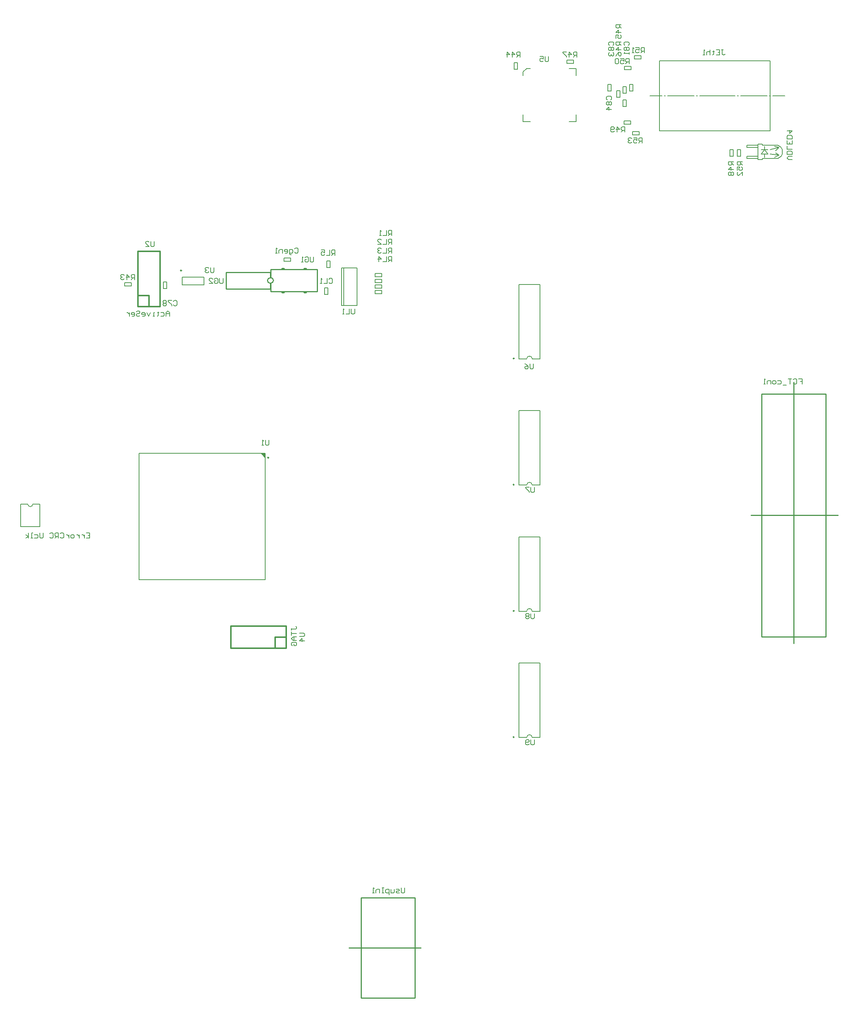
<source format=gbo>
%FSAX43Y43*%
%MOMM*%
G71*
G01*
G75*
G04 Layer_Color=32896*
%ADD10C,0.175*%
%ADD11O,0.305X1.016*%
%ADD12O,0.813X0.305*%
%ADD13R,0.762X2.540*%
%ADD14R,5.000X6.000*%
%ADD15O,1.016X0.305*%
%ADD16O,0.305X0.813*%
%ADD17R,3.048X3.048*%
%ADD18R,2.540X0.762*%
%ADD19R,6.000X5.000*%
%ADD20R,3.048X3.048*%
%ADD21O,0.508X1.016*%
%ADD22O,1.524X0.508*%
%ADD23O,1.016X0.508*%
%ADD24O,0.508X1.524*%
%ADD25O,2.100X6.000*%
%ADD26O,2.100X6.000*%
%ADD27C,0.150*%
%ADD28C,0.200*%
%ADD29C,0.120*%
%ADD30C,0.508*%
%ADD31C,1.524*%
%ADD32C,0.500*%
%ADD33C,1.000*%
%ADD34C,0.254*%
%ADD35C,1.160*%
%ADD36C,1.016*%
%ADD37C,0.400*%
%ADD38C,0.300*%
%ADD39C,0.305*%
%ADD40C,1.850*%
%ADD41R,1.850X1.850*%
%ADD42R,1.850X1.850*%
%ADD43C,4.000*%
%ADD44C,1.422*%
%ADD45C,2.438*%
%ADD46C,1.524*%
%ADD47C,3.000*%
%ADD48C,2.500*%
%ADD49C,1.575*%
%ADD50R,1.575X1.575*%
%ADD51R,1.575X1.575*%
%ADD52C,0.500*%
%ADD53C,1.300*%
%ADD54C,1.000*%
%ADD55C,1.200*%
%ADD56C,1.270*%
%ADD57C,0.600*%
%ADD58C,0.900*%
%ADD59C,2.000*%
G04:AMPARAMS|DCode=60|XSize=1.85mm|YSize=1.85mm|CornerRadius=0mm|HoleSize=0mm|Usage=FLASHONLY|Rotation=0.000|XOffset=0mm|YOffset=0mm|HoleType=Round|Shape=Relief|Width=0.175mm|Gap=0.2mm|Entries=4|*
%AMTHD60*
7,0,0,1.850,1.450,0.175,45*
%
%ADD60THD60*%
%ADD61C,3.400*%
%ADD62C,1.213*%
G04:AMPARAMS|DCode=63|XSize=2.0708mm|YSize=2.0708mm|CornerRadius=0mm|HoleSize=0mm|Usage=FLASHONLY|Rotation=0.000|XOffset=0mm|YOffset=0mm|HoleType=Round|Shape=Relief|Width=0.175mm|Gap=0.2mm|Entries=4|*
%AMTHD63*
7,0,0,2.071,1.671,0.175,45*
%
%ADD63THD63*%
%ADD64C,1.721*%
G04:AMPARAMS|DCode=65|XSize=1.65mm|YSize=1.65mm|CornerRadius=0mm|HoleSize=0mm|Usage=FLASHONLY|Rotation=0.000|XOffset=0mm|YOffset=0mm|HoleType=Round|Shape=Relief|Width=0.175mm|Gap=0.2mm|Entries=4|*
%AMTHD65*
7,0,0,1.650,1.250,0.175,45*
%
%ADD65THD65*%
%ADD66C,2.700*%
%ADD67C,2.200*%
G04:AMPARAMS|DCode=68|XSize=2.55mm|YSize=2.55mm|CornerRadius=0mm|HoleSize=0mm|Usage=FLASHONLY|Rotation=0.000|XOffset=0mm|YOffset=0mm|HoleType=Round|Shape=Relief|Width=0.175mm|Gap=0.2mm|Entries=4|*
%AMTHD68*
7,0,0,2.550,2.150,0.175,45*
%
%ADD68THD68*%
%ADD69C,1.416*%
G04:AMPARAMS|DCode=70|XSize=1.766mm|YSize=1.766mm|CornerRadius=0mm|HoleSize=0mm|Usage=FLASHONLY|Rotation=0.000|XOffset=0mm|YOffset=0mm|HoleType=Round|Shape=Relief|Width=0.175mm|Gap=0.2mm|Entries=4|*
%AMTHD70*
7,0,0,1.766,1.366,0.175,45*
%
%ADD70THD70*%
G04:AMPARAMS|DCode=71|XSize=1.5628mm|YSize=1.5628mm|CornerRadius=0mm|HoleSize=0mm|Usage=FLASHONLY|Rotation=0.000|XOffset=0mm|YOffset=0mm|HoleType=Round|Shape=Relief|Width=0.175mm|Gap=0.2mm|Entries=4|*
%AMTHD71*
7,0,0,1.563,1.163,0.175,45*
%
%ADD71THD71*%
%ADD72C,0.650*%
%ADD73C,0.700*%
G04:AMPARAMS|DCode=74|XSize=1mm|YSize=1mm|CornerRadius=0mm|HoleSize=0mm|Usage=FLASHONLY|Rotation=0.000|XOffset=0mm|YOffset=0mm|HoleType=Round|Shape=Relief|Width=0.175mm|Gap=0.2mm|Entries=4|*
%AMTHD74*
7,0,0,1.000,0.600,0.175,45*
%
%ADD74THD74*%
G04:AMPARAMS|DCode=75|XSize=1.05mm|YSize=1.05mm|CornerRadius=0mm|HoleSize=0mm|Usage=FLASHONLY|Rotation=0.000|XOffset=0mm|YOffset=0mm|HoleType=Round|Shape=Relief|Width=0.175mm|Gap=0.2mm|Entries=4|*
%AMTHD75*
7,0,0,1.050,0.650,0.175,45*
%
%ADD75THD75*%
%ADD76C,1.100*%
%ADD77C,1.111*%
G04:AMPARAMS|DCode=78|XSize=1.4612mm|YSize=1.4612mm|CornerRadius=0mm|HoleSize=0mm|Usage=FLASHONLY|Rotation=0.000|XOffset=0mm|YOffset=0mm|HoleType=Round|Shape=Relief|Width=0.175mm|Gap=0.2mm|Entries=4|*
%AMTHD78*
7,0,0,1.461,1.061,0.175,45*
%
%ADD78THD78*%
G04:AMPARAMS|DCode=79|XSize=1.45mm|YSize=1.45mm|CornerRadius=0mm|HoleSize=0mm|Usage=FLASHONLY|Rotation=0.000|XOffset=0mm|YOffset=0mm|HoleType=Round|Shape=Relief|Width=0.175mm|Gap=0.2mm|Entries=4|*
%AMTHD79*
7,0,0,1.450,1.050,0.175,45*
%
%ADD79THD79*%
%ADD80C,0.900*%
%ADD81C,1.670*%
%ADD82C,1.000*%
%ADD83O,1.270X0.762*%
%ADD84R,1.270X0.762*%
%ADD85O,0.508X1.778*%
%ADD86R,0.508X1.778*%
%ADD87R,1.270X2.108*%
G04:AMPARAMS|DCode=88|XSize=2.108mm|YSize=1.27mm|CornerRadius=0mm|HoleSize=0mm|Usage=FLASHONLY|Rotation=270.000|XOffset=0mm|YOffset=0mm|HoleType=Round|Shape=Octagon|*
%AMOCTAGOND88*
4,1,8,-0.318,-1.054,0.318,-1.054,0.635,-0.737,0.635,0.737,0.318,1.054,-0.318,1.054,-0.635,0.737,-0.635,-0.737,-0.318,-1.054,0.0*
%
%ADD88OCTAGOND88*%

%ADD89O,0.600X2.200*%
%ADD90R,0.250X1.600*%
%ADD91O,0.250X1.600*%
%ADD92O,1.600X0.250*%
%ADD93R,4.600X0.610*%
%ADD94R,4.600X0.810*%
%ADD95R,1.650X0.300*%
%ADD96O,1.778X0.381*%
%ADD97R,1.778X0.381*%
%ADD98C,0.250*%
%ADD99C,0.203*%
%ADD100O,0.508X1.219*%
%ADD101R,0.965X2.743*%
%ADD102R,5.203X6.203*%
%ADD103O,1.219X0.508*%
%ADD104R,3.251X3.251*%
%ADD105R,2.743X0.965*%
%ADD106R,6.203X5.203*%
%ADD107R,3.251X3.251*%
%ADD108O,0.711X1.219*%
%ADD109O,1.727X0.711*%
%ADD110O,1.219X0.711*%
%ADD111O,0.711X1.727*%
%ADD112O,2.303X6.203*%
%ADD113O,2.303X6.203*%
%ADD114C,2.053*%
%ADD115R,2.053X2.053*%
%ADD116R,2.053X2.053*%
%ADD117C,0.203*%
%ADD118C,4.203*%
%ADD119C,1.626*%
%ADD120C,2.642*%
%ADD121C,1.727*%
%ADD122C,3.203*%
%ADD123C,2.703*%
%ADD124C,1.778*%
%ADD125R,1.778X1.778*%
%ADD126R,1.778X1.778*%
%ADD127C,0.703*%
%ADD128C,1.503*%
%ADD129C,1.203*%
%ADD130C,1.403*%
%ADD131C,1.473*%
%ADD132C,0.803*%
%ADD133C,2.203*%
%ADD134C,2.500*%
%ADD135O,1.473X0.965*%
%ADD136R,1.473X0.965*%
%ADD137O,0.711X1.981*%
%ADD138R,0.711X1.981*%
%ADD139R,1.473X2.311*%
G04:AMPARAMS|DCode=140|XSize=2.311mm|YSize=1.473mm|CornerRadius=0mm|HoleSize=0mm|Usage=FLASHONLY|Rotation=270.000|XOffset=0mm|YOffset=0mm|HoleType=Round|Shape=Octagon|*
%AMOCTAGOND140*
4,1,8,-0.368,-1.156,0.368,-1.156,0.737,-0.787,0.737,0.787,0.368,1.156,-0.368,1.156,-0.737,0.787,-0.737,-0.787,-0.368,-1.156,0.0*
%
%ADD140OCTAGOND140*%

%ADD141O,0.803X2.403*%
%ADD142R,0.453X1.803*%
%ADD143O,0.453X1.803*%
%ADD144O,1.803X0.453*%
%ADD145R,4.803X0.813*%
%ADD146R,4.803X1.013*%
%ADD147R,1.853X0.503*%
%ADD148O,1.981X0.584*%
%ADD149R,1.981X0.584*%
%ADD150C,1.103*%
%ADD151C,0.127*%
G36*
X0264500Y0168500D02*
X0263500Y0169500D01*
X0264500D01*
Y0168500D01*
D02*
G37*
G54D28*
X0325760Y0191200D02*
G03*
X0324490Y0191200I-0000635J0000000D01*
G01*
X0325760Y0162200D02*
G03*
X0324490Y0162200I-0000635J0000000D01*
G01*
X0325760Y0133200D02*
G03*
X0324490Y0133200I-0000635J0000000D01*
G01*
X0325760Y0104200D02*
G03*
X0324490Y0104200I-0000635J0000000D01*
G01*
X0263500Y0169500D02*
X0264500Y0168500D01*
Y0140500D02*
Y0169500D01*
X0235500Y0140500D02*
Y0169500D01*
X0264500D01*
X0235500Y0140500D02*
X0264500D01*
X0250405Y0208200D02*
Y0210000D01*
X0245405Y0208200D02*
Y0210000D01*
Y0208200D02*
X0250405D01*
X0245405Y0210000D02*
X0250405D01*
X0323650Y0245700D02*
Y0247350D01*
Y0245700D02*
X0325300D01*
X0334200D02*
X0335850D01*
Y0247350D01*
Y0256250D02*
Y0257900D01*
X0334200D02*
X0335850D01*
X0324450D02*
X0325300D01*
X0323650Y0257100D02*
X0324450Y0257900D01*
X0323650Y0256250D02*
Y0257100D01*
X0322725Y0191200D02*
X0324490D01*
X0325760D02*
X0327525D01*
X0322725Y0208300D02*
X0327525D01*
X0322725Y0191200D02*
Y0208300D01*
X0327525Y0191200D02*
Y0208300D01*
X0322725Y0162200D02*
X0324490D01*
X0325760D02*
X0327525D01*
X0322725Y0179300D02*
X0327525D01*
X0322725Y0162200D02*
Y0179300D01*
X0327525Y0162200D02*
Y0179300D01*
X0322725Y0133200D02*
X0324490D01*
X0325760D02*
X0327525D01*
X0322725Y0150300D02*
X0327525D01*
X0322725Y0133200D02*
Y0150300D01*
X0327525Y0133200D02*
Y0150300D01*
X0322725Y0104200D02*
X0324490D01*
X0325760D02*
X0327525D01*
X0322725Y0121300D02*
X0327525D01*
X0322725Y0104200D02*
Y0121300D01*
X0327525Y0104200D02*
Y0121300D01*
X0234500Y0209400D02*
Y0210600D01*
X0233900D01*
X0233700Y0210400D01*
Y0210000D01*
X0233900Y0209800D01*
X0234500D01*
X0234100D02*
X0233700Y0209400D01*
X0232701D02*
Y0210600D01*
X0233300Y0210000D01*
X0232501D01*
X0232101Y0210400D02*
X0231901Y0210600D01*
X0231501D01*
X0231301Y0210400D01*
Y0210200D01*
X0231501Y0210000D01*
X0231701D01*
X0231501D01*
X0231301Y0209800D01*
Y0209600D01*
X0231501Y0209400D01*
X0231901D01*
X0232101Y0209600D01*
X0285000Y0202700D02*
Y0201700D01*
X0284800Y0201500D01*
X0284400D01*
X0284200Y0201700D01*
Y0202700D01*
X0283800D02*
Y0201500D01*
X0283001D01*
X0282601D02*
X0282201D01*
X0282401D01*
Y0202700D01*
X0282601Y0202500D01*
X0293500Y0213500D02*
Y0214700D01*
X0292900D01*
X0292700Y0214500D01*
Y0214100D01*
X0292900Y0213900D01*
X0293500D01*
X0293100D02*
X0292700Y0213500D01*
X0292300Y0214700D02*
Y0213500D01*
X0291501D01*
X0290501D02*
Y0214700D01*
X0291101Y0214100D01*
X0290301D01*
X0293500Y0215500D02*
Y0216700D01*
X0292900D01*
X0292700Y0216500D01*
Y0216100D01*
X0292900Y0215900D01*
X0293500D01*
X0293100D02*
X0292700Y0215500D01*
X0292300Y0216700D02*
Y0215500D01*
X0291501D01*
X0291101Y0216500D02*
X0290901Y0216700D01*
X0290501D01*
X0290301Y0216500D01*
Y0216300D01*
X0290501Y0216100D01*
X0290701D01*
X0290501D01*
X0290301Y0215900D01*
Y0215700D01*
X0290501Y0215500D01*
X0290901D01*
X0291101Y0215700D01*
X0293500Y0217500D02*
Y0218700D01*
X0292900D01*
X0292700Y0218500D01*
Y0218100D01*
X0292900Y0217900D01*
X0293500D01*
X0293100D02*
X0292700Y0217500D01*
X0292300Y0218700D02*
Y0217500D01*
X0291501D01*
X0290301D02*
X0291101D01*
X0290301Y0218300D01*
Y0218500D01*
X0290501Y0218700D01*
X0290901D01*
X0291101Y0218500D01*
X0293500Y0219500D02*
Y0220700D01*
X0292900D01*
X0292700Y0220500D01*
Y0220100D01*
X0292900Y0219900D01*
X0293500D01*
X0293100D02*
X0292700Y0219500D01*
X0292300Y0220700D02*
Y0219500D01*
X0291501D01*
X0291101D02*
X0290701D01*
X0290901D01*
Y0220700D01*
X0291101Y0220500D01*
X0279100Y0209500D02*
X0279300Y0209700D01*
X0279700D01*
X0279900Y0209500D01*
Y0208700D01*
X0279700Y0208500D01*
X0279300D01*
X0279100Y0208700D01*
X0278700Y0209700D02*
Y0208500D01*
X0277901D01*
X0277501D02*
X0277101D01*
X0277301D01*
Y0209700D01*
X0277501Y0209500D01*
X0386900Y0186600D02*
X0387700D01*
Y0186000D01*
X0387300D01*
X0387700D01*
Y0185400D01*
X0385701Y0186400D02*
X0385901Y0186600D01*
X0386300D01*
X0386500Y0186400D01*
Y0185600D01*
X0386300Y0185400D01*
X0385901D01*
X0385701Y0185600D01*
X0385301Y0186600D02*
X0384501D01*
X0384901D01*
Y0185400D01*
X0384101Y0185200D02*
X0383301D01*
X0382102Y0186200D02*
X0382702D01*
X0382902Y0186000D01*
Y0185600D01*
X0382702Y0185400D01*
X0382102D01*
X0381502D02*
X0381102D01*
X0380902Y0185600D01*
Y0186000D01*
X0381102Y0186200D01*
X0381502D01*
X0381702Y0186000D01*
Y0185600D01*
X0381502Y0185400D01*
X0380502D02*
Y0186200D01*
X0379902D01*
X0379703Y0186000D01*
Y0185400D01*
X0379303D02*
X0378903D01*
X0379103D01*
Y0186600D01*
X0379303Y0186400D01*
X0254800Y0209700D02*
Y0208700D01*
X0254600Y0208500D01*
X0254200D01*
X0254000Y0208700D01*
Y0209700D01*
X0252801Y0209500D02*
X0253001Y0209700D01*
X0253400D01*
X0253600Y0209500D01*
Y0208700D01*
X0253400Y0208500D01*
X0253001D01*
X0252801Y0208700D01*
Y0209100D01*
X0253201D01*
X0251601Y0208500D02*
X0252401D01*
X0251601Y0209300D01*
Y0209500D01*
X0251801Y0209700D01*
X0252201D01*
X0252401Y0209500D01*
X0275580Y0214628D02*
Y0213628D01*
X0275380Y0213428D01*
X0274980D01*
X0274780Y0213628D01*
Y0214628D01*
X0273581Y0214428D02*
X0273781Y0214628D01*
X0274180D01*
X0274380Y0214428D01*
Y0213628D01*
X0274180Y0213428D01*
X0273781D01*
X0273581Y0213628D01*
Y0214028D01*
X0273981D01*
X0273181Y0213428D02*
X0272781D01*
X0272981D01*
Y0214628D01*
X0273181Y0214428D01*
X0270496Y0128896D02*
Y0129296D01*
Y0129096D01*
X0271496D01*
X0271696Y0129296D01*
Y0129496D01*
X0271496Y0129696D01*
X0270496Y0128496D02*
Y0127696D01*
Y0128096D01*
X0271696D01*
Y0127296D02*
X0270896D01*
X0270496Y0126897D01*
X0270896Y0126497D01*
X0271696D01*
X0271096D01*
Y0127296D01*
X0270696Y0125297D02*
X0270496Y0125497D01*
Y0125897D01*
X0270696Y0126097D01*
X0271496D01*
X0271696Y0125897D01*
Y0125497D01*
X0271496Y0125297D01*
X0271096D01*
Y0125697D01*
X0272300Y0128200D02*
X0273300D01*
X0273500Y0128000D01*
Y0127600D01*
X0273300Y0127400D01*
X0272300D01*
X0273500Y0126401D02*
X0272300D01*
X0272900Y0127000D01*
Y0126201D01*
X0271232Y0216500D02*
X0271432Y0216700D01*
X0271832D01*
X0272032Y0216500D01*
Y0215700D01*
X0271832Y0215500D01*
X0271432D01*
X0271232Y0215700D01*
X0270433Y0215100D02*
X0270233D01*
X0270033Y0215300D01*
Y0216300D01*
X0270632D01*
X0270832Y0216100D01*
Y0215700D01*
X0270632Y0215500D01*
X0270033D01*
X0269033D02*
X0269433D01*
X0269633Y0215700D01*
Y0216100D01*
X0269433Y0216300D01*
X0269033D01*
X0268833Y0216100D01*
Y0215900D01*
X0269633D01*
X0268433Y0215500D02*
Y0216300D01*
X0267833D01*
X0267633Y0216100D01*
Y0215500D01*
X0267234D02*
X0266834D01*
X0267034D01*
Y0216700D01*
X0267234Y0216500D01*
X0296500Y0069700D02*
Y0068700D01*
X0296300Y0068500D01*
X0295900D01*
X0295700Y0068700D01*
Y0069700D01*
X0295300Y0068500D02*
X0294701D01*
X0294501Y0068700D01*
X0294701Y0068900D01*
X0295100D01*
X0295300Y0069100D01*
X0295100Y0069300D01*
X0294501D01*
X0294101D02*
Y0068700D01*
X0293901Y0068500D01*
X0293301D01*
Y0069300D01*
X0292901Y0068100D02*
Y0069300D01*
X0292301D01*
X0292101Y0069100D01*
Y0068700D01*
X0292301Y0068500D01*
X0292901D01*
X0291702Y0069700D02*
X0291302D01*
X0291502D01*
Y0068500D01*
X0291702D01*
X0291302D01*
X0290702D02*
Y0069300D01*
X0290102D01*
X0289902Y0069100D01*
Y0068500D01*
X0289502D02*
X0289102D01*
X0289302D01*
Y0069700D01*
X0289502Y0069500D01*
X0280500Y0215000D02*
Y0216200D01*
X0279900D01*
X0279700Y0216000D01*
Y0215600D01*
X0279900Y0215400D01*
X0280500D01*
X0280100D02*
X0279700Y0215000D01*
X0279300Y0216200D02*
Y0215000D01*
X0278501D01*
X0277301Y0216200D02*
X0278101D01*
Y0215600D01*
X0277701Y0215800D01*
X0277501D01*
X0277301Y0215600D01*
Y0215200D01*
X0277501Y0215000D01*
X0277901D01*
X0278101Y0215200D01*
X0265303Y0172519D02*
Y0171519D01*
X0265104Y0171320D01*
X0264704D01*
X0264504Y0171519D01*
Y0172519D01*
X0264104Y0171320D02*
X0263704D01*
X0263904D01*
Y0172519D01*
X0264104Y0172319D01*
X0242500Y0201000D02*
Y0201800D01*
X0242100Y0202200D01*
X0241700Y0201800D01*
Y0201000D01*
Y0201600D01*
X0242500D01*
X0240501Y0201800D02*
X0241100D01*
X0241300Y0201600D01*
Y0201200D01*
X0241100Y0201000D01*
X0240501D01*
X0239901Y0202000D02*
Y0201800D01*
X0240101D01*
X0239701D01*
X0239901D01*
Y0201200D01*
X0239701Y0201000D01*
X0239101D02*
X0238701D01*
X0238901D01*
Y0201800D01*
X0239101D01*
X0238101D02*
X0237702Y0201000D01*
X0237302Y0201800D01*
X0236302Y0201000D02*
X0236702D01*
X0236902Y0201200D01*
Y0201600D01*
X0236702Y0201800D01*
X0236302D01*
X0236102Y0201600D01*
Y0201400D01*
X0236902D01*
X0234902Y0202000D02*
X0235102Y0202200D01*
X0235502D01*
X0235702Y0202000D01*
Y0201800D01*
X0235502Y0201600D01*
X0235102D01*
X0234902Y0201400D01*
Y0201200D01*
X0235102Y0201000D01*
X0235502D01*
X0235702Y0201200D01*
X0233903Y0201000D02*
X0234303D01*
X0234503Y0201200D01*
Y0201600D01*
X0234303Y0201800D01*
X0233903D01*
X0233703Y0201600D01*
Y0201400D01*
X0234503D01*
X0233303Y0201800D02*
Y0201000D01*
Y0201400D01*
X0233103Y0201600D01*
X0232903Y0201800D01*
X0232703D01*
X0239000Y0218200D02*
Y0217200D01*
X0238800Y0217000D01*
X0238400D01*
X0238200Y0217200D01*
Y0218200D01*
X0237001Y0217000D02*
X0237800D01*
X0237001Y0217800D01*
Y0218000D01*
X0237201Y0218200D01*
X0237600D01*
X0237800Y0218000D01*
X0252700Y0212200D02*
Y0211200D01*
X0252500Y0211000D01*
X0252100D01*
X0251900Y0211200D01*
Y0212200D01*
X0251500Y0212000D02*
X0251300Y0212200D01*
X0250901D01*
X0250701Y0212000D01*
Y0211800D01*
X0250901Y0211600D01*
X0251101D01*
X0250901D01*
X0250701Y0211400D01*
Y0211200D01*
X0250901Y0211000D01*
X0251300D01*
X0251500Y0211200D01*
X0329500Y0260700D02*
Y0259700D01*
X0329300Y0259500D01*
X0328900D01*
X0328700Y0259700D01*
Y0260700D01*
X0327501D02*
X0328300D01*
Y0260100D01*
X0327901Y0260300D01*
X0327701D01*
X0327501Y0260100D01*
Y0259700D01*
X0327701Y0259500D01*
X0328100D01*
X0328300Y0259700D01*
X0369200Y0262200D02*
X0369600D01*
X0369400D01*
Y0261200D01*
X0369600Y0261000D01*
X0369800D01*
X0370000Y0261200D01*
X0368001Y0262200D02*
X0368800D01*
Y0261000D01*
X0368001D01*
X0368800Y0261600D02*
X0368401D01*
X0367401Y0262000D02*
Y0261800D01*
X0367601D01*
X0367201D01*
X0367401D01*
Y0261200D01*
X0367201Y0261000D01*
X0366601Y0262200D02*
Y0261000D01*
Y0261600D01*
X0366401Y0261800D01*
X0366001D01*
X0365801Y0261600D01*
Y0261000D01*
X0365401D02*
X0365002D01*
X0365202D01*
Y0262200D01*
X0365401Y0262000D01*
X0385432Y0236954D02*
X0384633D01*
X0384233Y0237354D01*
X0384633Y0237754D01*
X0385432D01*
Y0238154D02*
X0384233D01*
Y0238753D01*
X0384433Y0238953D01*
X0385233D01*
X0385432Y0238753D01*
Y0238154D01*
Y0239353D02*
X0384233D01*
Y0240153D01*
X0385432Y0241352D02*
Y0240553D01*
X0384233D01*
Y0241352D01*
X0384833Y0240553D02*
Y0240953D01*
X0385432Y0241752D02*
X0384233D01*
Y0242352D01*
X0384433Y0242552D01*
X0385233D01*
X0385432Y0242352D01*
Y0241752D01*
X0384233Y0243552D02*
X0385432D01*
X0384833Y0242952D01*
Y0243752D01*
X0326025Y0190100D02*
Y0189100D01*
X0325825Y0188900D01*
X0325425D01*
X0325225Y0189100D01*
Y0190100D01*
X0324026D02*
X0324426Y0189900D01*
X0324825Y0189500D01*
Y0189100D01*
X0324625Y0188900D01*
X0324226D01*
X0324026Y0189100D01*
Y0189300D01*
X0324226Y0189500D01*
X0324825D01*
X0326250Y0161700D02*
Y0160700D01*
X0326050Y0160500D01*
X0325650D01*
X0325450Y0160700D01*
Y0161700D01*
X0325050D02*
X0324251D01*
Y0161500D01*
X0325050Y0160700D01*
Y0160500D01*
X0326250Y0132700D02*
Y0131700D01*
X0326050Y0131500D01*
X0325650D01*
X0325450Y0131700D01*
Y0132700D01*
X0325050Y0132500D02*
X0324850Y0132700D01*
X0324451D01*
X0324251Y0132500D01*
Y0132300D01*
X0324451Y0132100D01*
X0324251Y0131900D01*
Y0131700D01*
X0324451Y0131500D01*
X0324850D01*
X0325050Y0131700D01*
Y0131900D01*
X0324850Y0132100D01*
X0325050Y0132300D01*
Y0132500D01*
X0324850Y0132100D02*
X0324451D01*
X0326250Y0103700D02*
Y0102700D01*
X0326050Y0102500D01*
X0325650D01*
X0325450Y0102700D01*
Y0103700D01*
X0325050Y0102700D02*
X0324850Y0102500D01*
X0324451D01*
X0324251Y0102700D01*
Y0103500D01*
X0324451Y0103700D01*
X0324850D01*
X0325050Y0103500D01*
Y0103300D01*
X0324850Y0103100D01*
X0324251D01*
X0213500Y0151200D02*
Y0150200D01*
X0213300Y0150000D01*
X0212900D01*
X0212700Y0150200D01*
Y0151200D01*
X0211501Y0150800D02*
X0212100D01*
X0212300Y0150600D01*
Y0150200D01*
X0212100Y0150000D01*
X0211501D01*
X0211101D02*
X0210701D01*
X0210901D01*
Y0151200D01*
X0211101D01*
X0210101Y0150000D02*
Y0151200D01*
Y0150400D02*
X0209501Y0150800D01*
X0210101Y0150400D02*
X0209501Y0150000D01*
X0243400Y0204400D02*
X0243600Y0204600D01*
X0244000D01*
X0244200Y0204400D01*
Y0203600D01*
X0244000Y0203400D01*
X0243600D01*
X0243400Y0203600D01*
X0243000Y0204600D02*
X0242201D01*
Y0204400D01*
X0243000Y0203600D01*
Y0203400D01*
X0241801Y0204400D02*
X0241601Y0204600D01*
X0241201D01*
X0241001Y0204400D01*
Y0204200D01*
X0241201Y0204000D01*
X0241001Y0203800D01*
Y0203600D01*
X0241201Y0203400D01*
X0241601D01*
X0241801Y0203600D01*
Y0203800D01*
X0241601Y0204000D01*
X0241801Y0204200D01*
Y0204400D01*
X0241601Y0204000D02*
X0241201D01*
X0347000Y0263200D02*
X0346800Y0263400D01*
Y0263800D01*
X0347000Y0264000D01*
X0347800D01*
X0348000Y0263800D01*
Y0263400D01*
X0347800Y0263200D01*
X0347000Y0262800D02*
X0346800Y0262600D01*
Y0262201D01*
X0347000Y0262001D01*
X0347200D01*
X0347400Y0262201D01*
X0347600Y0262001D01*
X0347800D01*
X0348000Y0262201D01*
Y0262600D01*
X0347800Y0262800D01*
X0347600D01*
X0347400Y0262600D01*
X0347200Y0262800D01*
X0347000D01*
X0347400Y0262600D02*
Y0262201D01*
X0348000Y0261601D02*
Y0261201D01*
Y0261401D01*
X0346800D01*
X0347000Y0261601D01*
X0343500Y0263200D02*
X0343300Y0263400D01*
Y0263800D01*
X0343500Y0264000D01*
X0344300D01*
X0344500Y0263800D01*
Y0263400D01*
X0344300Y0263200D01*
X0343500Y0262800D02*
X0343300Y0262600D01*
Y0262201D01*
X0343500Y0262001D01*
X0343700D01*
X0343900Y0262201D01*
X0344100Y0262001D01*
X0344300D01*
X0344500Y0262201D01*
Y0262600D01*
X0344300Y0262800D01*
X0344100D01*
X0343900Y0262600D01*
X0343700Y0262800D01*
X0343500D01*
X0343900Y0262600D02*
Y0262201D01*
X0343500Y0261601D02*
X0343300Y0261401D01*
Y0261001D01*
X0343500Y0260801D01*
X0343700D01*
X0343900Y0261001D01*
Y0261201D01*
Y0261001D01*
X0344100Y0260801D01*
X0344300D01*
X0344500Y0261001D01*
Y0261401D01*
X0344300Y0261601D01*
X0343000Y0250700D02*
X0342800Y0250900D01*
Y0251300D01*
X0343000Y0251500D01*
X0343800D01*
X0344000Y0251300D01*
Y0250900D01*
X0343800Y0250700D01*
X0343000Y0250300D02*
X0342800Y0250100D01*
Y0249701D01*
X0343000Y0249501D01*
X0343200D01*
X0343400Y0249701D01*
X0343600Y0249501D01*
X0343800D01*
X0344000Y0249701D01*
Y0250100D01*
X0343800Y0250300D01*
X0343600D01*
X0343400Y0250100D01*
X0343200Y0250300D01*
X0343000D01*
X0343400Y0250100D02*
Y0249701D01*
X0344000Y0248501D02*
X0342800D01*
X0343400Y0249101D01*
Y0248301D01*
X0323000Y0260500D02*
Y0261700D01*
X0322400D01*
X0322200Y0261500D01*
Y0261100D01*
X0322400Y0260900D01*
X0323000D01*
X0322600D02*
X0322200Y0260500D01*
X0321201D02*
Y0261700D01*
X0321800Y0261100D01*
X0321001D01*
X0320001Y0260500D02*
Y0261700D01*
X0320601Y0261100D01*
X0319801D01*
X0346200Y0268000D02*
X0345000D01*
Y0267400D01*
X0345200Y0267200D01*
X0345600D01*
X0345800Y0267400D01*
Y0268000D01*
Y0267600D02*
X0346200Y0267200D01*
Y0266201D02*
X0345000D01*
X0345600Y0266800D01*
Y0266001D01*
X0345000Y0264801D02*
Y0265601D01*
X0345600D01*
X0345400Y0265201D01*
Y0265001D01*
X0345600Y0264801D01*
X0346000D01*
X0346200Y0265001D01*
Y0265401D01*
X0346000Y0265601D01*
X0346200Y0264000D02*
X0345000D01*
Y0263400D01*
X0345200Y0263200D01*
X0345600D01*
X0345800Y0263400D01*
Y0264000D01*
Y0263600D02*
X0346200Y0263200D01*
Y0262201D02*
X0345000D01*
X0345600Y0262800D01*
Y0262001D01*
X0345000Y0260801D02*
X0345200Y0261201D01*
X0345600Y0261601D01*
X0346000D01*
X0346200Y0261401D01*
Y0261001D01*
X0346000Y0260801D01*
X0345800D01*
X0345600Y0261001D01*
Y0261601D01*
X0336000Y0260500D02*
Y0261700D01*
X0335400D01*
X0335200Y0261500D01*
Y0261100D01*
X0335400Y0260900D01*
X0336000D01*
X0335600D02*
X0335200Y0260500D01*
X0334201D02*
Y0261700D01*
X0334800Y0261100D01*
X0334001D01*
X0333601Y0261700D02*
X0332801D01*
Y0261500D01*
X0333601Y0260700D01*
Y0260500D01*
X0372000Y0236500D02*
X0370800D01*
Y0235900D01*
X0371000Y0235700D01*
X0371400D01*
X0371600Y0235900D01*
Y0236500D01*
Y0236100D02*
X0372000Y0235700D01*
Y0234701D02*
X0370800D01*
X0371400Y0235300D01*
Y0234501D01*
X0371000Y0234101D02*
X0370800Y0233901D01*
Y0233501D01*
X0371000Y0233301D01*
X0371200D01*
X0371400Y0233501D01*
X0371600Y0233301D01*
X0371800D01*
X0372000Y0233501D01*
Y0233901D01*
X0371800Y0234101D01*
X0371600D01*
X0371400Y0233901D01*
X0371200Y0234101D01*
X0371000D01*
X0371400Y0233901D02*
Y0233501D01*
X0347000Y0243300D02*
Y0244500D01*
X0346400D01*
X0346200Y0244300D01*
Y0243900D01*
X0346400Y0243700D01*
X0347000D01*
X0346600D02*
X0346200Y0243300D01*
X0345201D02*
Y0244500D01*
X0345800Y0243900D01*
X0345001D01*
X0344601Y0243500D02*
X0344401Y0243300D01*
X0344001D01*
X0343801Y0243500D01*
Y0244300D01*
X0344001Y0244500D01*
X0344401D01*
X0344601Y0244300D01*
Y0244100D01*
X0344401Y0243900D01*
X0343801D01*
X0351500Y0261500D02*
Y0262700D01*
X0350900D01*
X0350700Y0262500D01*
Y0262100D01*
X0350900Y0261900D01*
X0351500D01*
X0351100D02*
X0350700Y0261500D01*
X0349501Y0262700D02*
X0350300D01*
Y0262100D01*
X0349901Y0262300D01*
X0349701D01*
X0349501Y0262100D01*
Y0261700D01*
X0349701Y0261500D01*
X0350100D01*
X0350300Y0261700D01*
X0349101Y0261500D02*
X0348701D01*
X0348901D01*
Y0262700D01*
X0349101Y0262500D01*
X0374000Y0236500D02*
X0372800D01*
Y0235900D01*
X0373000Y0235700D01*
X0373400D01*
X0373600Y0235900D01*
Y0236500D01*
Y0236100D02*
X0374000Y0235700D01*
X0372800Y0234501D02*
Y0235300D01*
X0373400D01*
X0373200Y0234901D01*
Y0234701D01*
X0373400Y0234501D01*
X0373800D01*
X0374000Y0234701D01*
Y0235100D01*
X0373800Y0235300D01*
X0374000Y0233301D02*
Y0234101D01*
X0373200Y0233301D01*
X0373000D01*
X0372800Y0233501D01*
Y0233901D01*
X0373000Y0234101D01*
X0351000Y0240800D02*
Y0242000D01*
X0350400D01*
X0350200Y0241800D01*
Y0241400D01*
X0350400Y0241200D01*
X0351000D01*
X0350600D02*
X0350200Y0240800D01*
X0349001Y0242000D02*
X0349800D01*
Y0241400D01*
X0349401Y0241600D01*
X0349201D01*
X0349001Y0241400D01*
Y0241000D01*
X0349201Y0240800D01*
X0349600D01*
X0349800Y0241000D01*
X0348601Y0241800D02*
X0348401Y0242000D01*
X0348001D01*
X0347801Y0241800D01*
Y0241600D01*
X0348001Y0241400D01*
X0348201D01*
X0348001D01*
X0347801Y0241200D01*
Y0241000D01*
X0348001Y0240800D01*
X0348401D01*
X0348601Y0241000D01*
X0348000Y0259000D02*
Y0260200D01*
X0347400D01*
X0347200Y0260000D01*
Y0259600D01*
X0347400Y0259400D01*
X0348000D01*
X0347600D02*
X0347200Y0259000D01*
X0346001Y0260200D02*
X0346800D01*
Y0259600D01*
X0346401Y0259800D01*
X0346201D01*
X0346001Y0259600D01*
Y0259200D01*
X0346201Y0259000D01*
X0346600D01*
X0346800Y0259200D01*
X0345601Y0260000D02*
X0345401Y0260200D01*
X0345001D01*
X0344801Y0260000D01*
Y0259200D01*
X0345001Y0259000D01*
X0345401D01*
X0345601Y0259200D01*
Y0260000D01*
X0223400Y0151200D02*
X0224200D01*
Y0150000D01*
X0223400D01*
X0224200Y0150600D02*
X0223800D01*
X0223000Y0150800D02*
Y0150000D01*
Y0150400D01*
X0222800Y0150600D01*
X0222601Y0150800D01*
X0222401D01*
X0221801D02*
Y0150000D01*
Y0150400D01*
X0221601Y0150600D01*
X0221401Y0150800D01*
X0221201D01*
X0220401Y0150000D02*
X0220001D01*
X0219801Y0150200D01*
Y0150600D01*
X0220001Y0150800D01*
X0220401D01*
X0220601Y0150600D01*
Y0150200D01*
X0220401Y0150000D01*
X0219402Y0150800D02*
Y0150000D01*
Y0150400D01*
X0219202Y0150600D01*
X0219002Y0150800D01*
X0218802D01*
X0217402Y0151000D02*
X0217602Y0151200D01*
X0218002D01*
X0218202Y0151000D01*
Y0150200D01*
X0218002Y0150000D01*
X0217602D01*
X0217402Y0150200D01*
X0217002Y0150000D02*
Y0151200D01*
X0216403D01*
X0216203Y0151000D01*
Y0150600D01*
X0216403Y0150400D01*
X0217002D01*
X0216602D02*
X0216203Y0150000D01*
X0215003Y0151000D02*
X0215203Y0151200D01*
X0215603D01*
X0215803Y0151000D01*
Y0150200D01*
X0215603Y0150000D01*
X0215203D01*
X0215003Y0150200D01*
G54D34*
X0265635Y0209827D02*
G03*
X0265635Y0208557I0000000J-0000635D01*
G01*
X0265706Y0208579D02*
G03*
X0265706Y0209849I0000000J0000635D01*
G01*
X0375945Y0155235D02*
X0395945D01*
X0378445Y0127345D02*
X0393125D01*
Y0183125D01*
X0378445Y0127345D02*
Y0183125D01*
X0393125D01*
X0385785Y0125845D02*
Y0185845D01*
X0255475Y0207287D02*
X0265635D01*
X0255475D02*
Y0211097D01*
X0265635D01*
Y0209827D02*
Y0211097D01*
Y0207287D02*
Y0208557D01*
X0268246Y0206420D02*
Y0206674D01*
Y0206420D02*
X0268754D01*
Y0206674D01*
X0273326Y0206420D02*
Y0206674D01*
Y0206420D02*
X0273834D01*
Y0206674D01*
Y0211754D02*
Y0212008D01*
X0273326D02*
X0273834D01*
X0273326Y0211754D02*
Y0212008D01*
X0268754Y0211754D02*
Y0212008D01*
X0268246D02*
X0268754D01*
X0268246Y0211754D02*
Y0212008D01*
X0265706Y0211754D02*
X0276374D01*
Y0206674D02*
Y0211754D01*
X0265706Y0206674D02*
X0276374D01*
X0265706D02*
Y0208579D01*
Y0209849D02*
Y0211754D01*
X0283720Y0055880D02*
X0300220D01*
X0286500Y0044330D02*
Y0067430D01*
X0298820D01*
X0286500Y0044330D02*
X0298820D01*
Y0067430D01*
G54D39*
X0235230Y0203230D02*
X0240310D01*
X0235230D02*
Y0215930D01*
X0240310D01*
Y0203230D02*
Y0215930D01*
X0237770Y0203230D02*
Y0205770D01*
X0235230D02*
X0237770D01*
X0266730Y0124730D02*
Y0127270D01*
X0269270D01*
X0256570Y0129810D02*
X0269270D01*
X0256570Y0124730D02*
Y0129810D01*
Y0124730D02*
X0269270D01*
Y0129810D01*
G54D98*
X0265275Y0168500D02*
G03*
X0265275Y0168500I-0000125J0000000D01*
G01*
X0245275Y0211500D02*
G03*
X0245275Y0211500I-0000125J0000000D01*
G01*
X0321625Y0191300D02*
G03*
X0321625Y0191300I-0000125J0000000D01*
G01*
X0321625Y0162300D02*
G03*
X0321625Y0162300I-0000125J0000000D01*
G01*
Y0133300D02*
G03*
X0321625Y0133300I-0000125J0000000D01*
G01*
Y0104300D02*
G03*
X0321625Y0104300I-0000125J0000000D01*
G01*
G54D99*
X0282524Y0203492D02*
Y0212128D01*
X0282016D02*
X0282524D01*
X0282016Y0203492D02*
Y0212128D01*
Y0203492D02*
X0282524D01*
X0285572D01*
Y0212128D01*
X0282524D02*
X0285572D01*
X0291246Y0206119D02*
Y0206881D01*
X0289722Y0206119D02*
X0291246D01*
X0289722D02*
Y0206881D01*
X0291246D01*
Y0207419D02*
Y0208181D01*
X0289722Y0207419D02*
X0291246D01*
X0289722D02*
Y0208181D01*
X0291246D01*
Y0208719D02*
Y0209481D01*
X0289722Y0208719D02*
X0291246D01*
X0289722D02*
Y0209481D01*
X0291246D01*
Y0210019D02*
Y0210781D01*
X0289722Y0210019D02*
X0291246D01*
X0289722D02*
Y0210781D01*
X0291246D01*
X0278119Y0205954D02*
X0278881D01*
X0278119D02*
Y0207478D01*
X0278881D01*
Y0205954D02*
Y0207478D01*
X0268754Y0214381D02*
X0270278D01*
X0268754Y0213619D02*
Y0214381D01*
Y0213619D02*
X0270278D01*
Y0214381D01*
X0278619Y0212154D02*
X0279381D01*
X0278619D02*
Y0213678D01*
X0279381D01*
Y0212154D02*
Y0213678D01*
X0352746Y0251600D02*
X0355540D01*
X0356048D02*
X0356302D01*
X0356810D02*
X0362906D01*
X0355000Y0259650D02*
X0380400D01*
X0355000Y0243550D02*
Y0259650D01*
Y0243550D02*
X0380400D01*
X0363414Y0251600D02*
X0363668D01*
X0364176D02*
X0368240D01*
X0380400Y0243550D02*
Y0259650D01*
X0368240Y0251600D02*
X0372304D01*
X0372812D02*
X0373066D01*
X0373574D02*
X0379670D01*
X0380178D02*
X0380432D01*
X0380940D02*
X0383734D01*
X0232222Y0208681D02*
X0233746D01*
X0232222Y0207919D02*
Y0208681D01*
Y0207919D02*
X0233746D01*
Y0208681D01*
X0321619Y0257754D02*
X0322381D01*
X0321619D02*
Y0259278D01*
X0322381D01*
Y0257754D02*
Y0259278D01*
X0371119Y0239246D02*
X0371881D01*
Y0237722D02*
Y0239246D01*
X0371119Y0237722D02*
X0371881D01*
X0371119D02*
Y0239246D01*
X0346619Y0252254D02*
X0347381D01*
X0346619D02*
Y0253778D01*
X0347381D01*
Y0252254D02*
Y0253778D01*
X0346805Y0245119D02*
Y0245881D01*
X0348329D01*
Y0245119D02*
Y0245881D01*
X0346805Y0245119D02*
X0348329D01*
X0346954Y0257619D02*
Y0258381D01*
X0348478D01*
Y0257619D02*
Y0258381D01*
X0346954Y0257619D02*
X0348478D01*
X0350278Y0242619D02*
Y0243381D01*
X0348754Y0242619D02*
X0350278D01*
X0348754D02*
Y0243381D01*
X0350278D01*
X0350778Y0260119D02*
Y0260881D01*
X0349254Y0260119D02*
X0350778D01*
X0349254D02*
Y0260881D01*
X0350778D01*
X0335246Y0259119D02*
Y0259881D01*
X0333722Y0259119D02*
X0335246D01*
X0333722D02*
Y0259881D01*
X0335246D01*
X0346619Y0249154D02*
X0347381D01*
X0346619D02*
Y0250678D01*
X0347381D01*
Y0249154D02*
Y0250678D01*
X0348119Y0252754D02*
X0348881D01*
X0348119D02*
Y0254278D01*
X0348881D01*
Y0252754D02*
Y0254278D01*
X0343119Y0254246D02*
X0343881D01*
Y0252722D02*
Y0254246D01*
X0343119Y0252722D02*
X0343881D01*
X0343119D02*
Y0254246D01*
X0345120Y0251268D02*
X0345882D01*
X0345120D02*
Y0252792D01*
X0345882D01*
Y0251268D02*
Y0252792D01*
X0372819Y0237754D02*
X0373581D01*
X0372819D02*
Y0239278D01*
X0373581D01*
Y0237754D02*
Y0239278D01*
X0381604Y0239024D02*
X0382366Y0239786D01*
X0381350Y0240040D02*
X0382366Y0239786D01*
X0380334Y0239278D02*
X0382366Y0239786D01*
X0381350Y0237500D02*
X0382366Y0238008D01*
X0381604Y0238516D02*
X0382366Y0238008D01*
X0380334Y0238262D02*
X0382366Y0238008D01*
X0375000Y0237246D02*
X0377540D01*
X0375000D02*
Y0237754D01*
X0377540D01*
X0375000Y0239786D02*
X0377540D01*
X0375000D02*
Y0240294D01*
X0377540D01*
Y0236992D02*
Y0240548D01*
X0378556D01*
Y0240294D02*
Y0240548D01*
Y0240294D02*
X0382112D01*
X0382874Y0239786D01*
X0383128Y0239278D01*
Y0238262D02*
Y0239278D01*
X0382874Y0237754D02*
X0383128Y0238262D01*
X0382112Y0237246D02*
X0382874Y0237754D01*
X0378556Y0237246D02*
X0382112D01*
X0378556Y0236992D02*
Y0237246D01*
X0377540Y0236992D02*
X0378556D01*
X0379064Y0237500D02*
Y0238262D01*
Y0239278D02*
Y0240040D01*
X0378302Y0239278D02*
X0379826D01*
X0378302Y0238262D02*
X0379826D01*
X0378302D02*
X0379064Y0239278D01*
X0379826Y0238262D01*
X0241119Y0208846D02*
X0241881D01*
Y0207322D02*
Y0208846D01*
X0241119Y0207322D02*
X0241881D01*
X0241119D02*
Y0208846D01*
G54D151*
X0209946Y0157830D02*
G03*
X0211114Y0157830I0000584J0000000D01*
G01*
X0212713D01*
X0208344D02*
X0209946D01*
X0208344D02*
X0208345Y0152625D01*
X0208344Y0152623D02*
X0212713D01*
X0212710Y0152625D02*
X0212713Y0157830D01*
M02*

</source>
